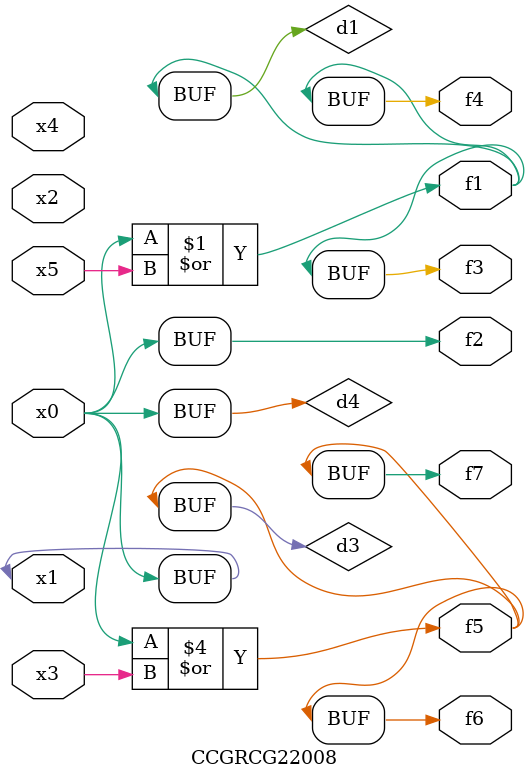
<source format=v>
module CCGRCG22008(
	input x0, x1, x2, x3, x4, x5,
	output f1, f2, f3, f4, f5, f6, f7
);

	wire d1, d2, d3, d4;

	or (d1, x0, x5);
	xnor (d2, x1, x4);
	or (d3, x0, x3);
	buf (d4, x0, x1);
	assign f1 = d1;
	assign f2 = d4;
	assign f3 = d1;
	assign f4 = d1;
	assign f5 = d3;
	assign f6 = d3;
	assign f7 = d3;
endmodule

</source>
